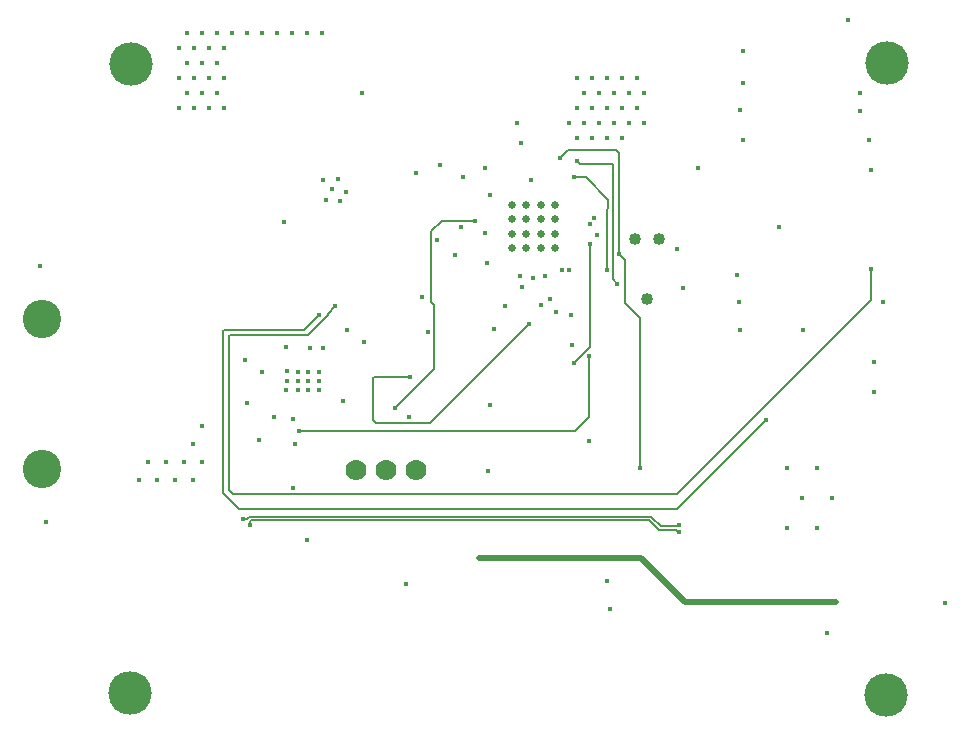
<source format=gbr>
G04*
G04 #@! TF.GenerationSoftware,Altium Limited,Altium Designer,23.1.1 (15)*
G04*
G04 Layer_Physical_Order=6*
G04 Layer_Color=16711680*
%FSLAX25Y25*%
%MOIN*%
G70*
G04*
G04 #@! TF.SameCoordinates,577C2DE3-5836-4DB5-AD87-4C8AFCD19023*
G04*
G04*
G04 #@! TF.FilePolarity,Positive*
G04*
G01*
G75*
%ADD13C,0.00500*%
%ADD94C,0.02000*%
%ADD96C,0.00600*%
%ADD98C,0.07000*%
%ADD99C,0.12795*%
%ADD100C,0.04000*%
%ADD101C,0.14500*%
%ADD102C,0.01500*%
%ADD103C,0.02598*%
D13*
X211707Y196500D02*
X212000Y196207D01*
Y158000D02*
Y196207D01*
X201000Y196500D02*
X211707D01*
X212000Y158000D02*
X213500Y156500D01*
X203000Y192000D02*
X210500Y184500D01*
Y181635D02*
Y184500D01*
X210000Y161000D02*
Y181135D01*
X210500Y181635D01*
X204281Y135281D02*
Y169778D01*
X204238Y112238D02*
Y132409D01*
X199000Y130000D02*
X204281Y135281D01*
X233500Y81500D02*
X263000Y111000D01*
X87500Y81500D02*
X233500D01*
X151000Y110000D02*
X184000Y143000D01*
X199500Y107500D02*
X204238Y112238D01*
X107500Y107500D02*
X199500D01*
X213207Y201000D02*
X214000Y200207D01*
Y166500D02*
Y200207D01*
X199000Y192000D02*
X203000D01*
X200000Y197500D02*
X201000Y196500D01*
X133000Y110000D02*
X151000D01*
X151500Y174000D02*
X155000Y177500D01*
X151500Y150414D02*
Y174000D01*
Y150414D02*
X152500Y149414D01*
X139500Y115000D02*
X152500Y128000D01*
Y149414D01*
X298000Y151000D02*
Y161500D01*
X233500Y86500D02*
X298000Y151000D01*
X85293Y86500D02*
X233500D01*
X84000Y87793D02*
X85293Y86500D01*
X84000Y87793D02*
Y139207D01*
X84293Y139500D01*
X110328D01*
X117069Y146569D02*
X119500Y149000D01*
X117069Y146240D02*
Y146569D01*
X110328Y139500D02*
X117069Y146240D01*
X109154Y141154D02*
X114000Y146000D01*
X82447Y141154D02*
X109154D01*
X82154Y140861D02*
X82447Y141154D01*
X216000Y150000D02*
X221000Y145000D01*
Y95000D02*
Y145000D01*
X82154Y86846D02*
X87500Y81500D01*
X82154Y86846D02*
Y140861D01*
X214000Y166500D02*
X216000Y164500D01*
Y150000D02*
Y164500D01*
X132500Y125500D02*
X144500D01*
X132000Y125000D02*
X132500Y125500D01*
X132000Y111000D02*
Y125000D01*
Y111000D02*
X133000Y110000D01*
X155000Y177500D02*
X166000D01*
X194500Y198500D02*
X197000Y201000D01*
X213207D01*
D94*
X236000Y50500D02*
X286500D01*
X221500Y65000D02*
X236000Y50500D01*
X167500Y65000D02*
X221500D01*
D96*
X90900Y78900D02*
X224694D01*
X91398Y77701D02*
X224198D01*
X224694Y78900D02*
X227995Y75600D01*
X224198Y77701D02*
X227498Y74400D01*
X233106D01*
X227995Y75600D02*
X233106D01*
X90950Y76050D02*
Y77253D01*
X91398Y77701D01*
X88899Y78101D02*
X90101D01*
X90900Y78900D01*
X233106Y74400D02*
X233756Y73750D01*
X234000D01*
X233756Y76250D02*
X234000D01*
X233106Y75600D02*
X233756Y76250D01*
D98*
X126500Y94500D02*
D03*
X136500D02*
D03*
X146500D02*
D03*
D99*
X21870Y94800D02*
D03*
Y144800D02*
D03*
D100*
X227300Y171400D02*
D03*
X219300D02*
D03*
X223300Y151400D02*
D03*
D101*
X51400Y229800D02*
D03*
X303300Y230100D02*
D03*
X303100Y19500D02*
D03*
X51200Y20000D02*
D03*
D102*
X105500Y111500D02*
D03*
X99000Y112000D02*
D03*
X181500Y203500D02*
D03*
X162000Y192000D02*
D03*
X171000Y186000D02*
D03*
X114000Y121000D02*
D03*
X110500D02*
D03*
X107000D02*
D03*
X103000D02*
D03*
X103500Y124000D02*
D03*
X107000D02*
D03*
X110500D02*
D03*
X114000D02*
D03*
Y127000D02*
D03*
X110500D02*
D03*
X107000D02*
D03*
X103506Y127376D02*
D03*
X191000Y151500D02*
D03*
X198000Y146000D02*
D03*
X180000Y210000D02*
D03*
X210000Y161000D02*
D03*
X240500Y195000D02*
D03*
X194969Y161177D02*
D03*
X189500Y159000D02*
D03*
X193000Y147000D02*
D03*
X255500Y223500D02*
D03*
X185500Y158500D02*
D03*
X122000Y117500D02*
D03*
X21000Y162500D02*
D03*
X23000Y77000D02*
D03*
X148500Y152000D02*
D03*
X197500Y161000D02*
D03*
X170000Y163500D02*
D03*
X75000Y109000D02*
D03*
X72000Y103000D02*
D03*
X75000Y97000D02*
D03*
X72000Y91000D02*
D03*
X69000Y97000D02*
D03*
X66000Y91000D02*
D03*
X63000Y97000D02*
D03*
X60000Y91000D02*
D03*
X57000Y97000D02*
D03*
X54000Y91000D02*
D03*
X115000Y240000D02*
D03*
X110000D02*
D03*
X105000D02*
D03*
X100000D02*
D03*
X95000D02*
D03*
X90000D02*
D03*
X85000D02*
D03*
X80000D02*
D03*
X82500Y235000D02*
D03*
X80000Y230000D02*
D03*
X82500Y225000D02*
D03*
X80000Y220000D02*
D03*
X82500Y215000D02*
D03*
X75000Y240000D02*
D03*
X77500Y235000D02*
D03*
X75000Y230000D02*
D03*
X77500Y225000D02*
D03*
X75000Y220000D02*
D03*
X77500Y215000D02*
D03*
X70000Y240000D02*
D03*
X72500Y235000D02*
D03*
X70000Y230000D02*
D03*
X72500Y225000D02*
D03*
X70000Y220000D02*
D03*
X72500Y215000D02*
D03*
X67500Y235000D02*
D03*
Y225000D02*
D03*
Y215000D02*
D03*
X220000Y225000D02*
D03*
X222500Y220000D02*
D03*
X220000Y215000D02*
D03*
X222500Y210000D02*
D03*
X215000Y225000D02*
D03*
X217500Y220000D02*
D03*
X215000Y215000D02*
D03*
X217500Y210000D02*
D03*
X215000Y205000D02*
D03*
X210000Y225000D02*
D03*
X212500Y220000D02*
D03*
X210000Y215000D02*
D03*
X212500Y210000D02*
D03*
X210000Y205000D02*
D03*
X205000Y225000D02*
D03*
X207500Y220000D02*
D03*
X205000Y215000D02*
D03*
X207500Y210000D02*
D03*
X205000Y205000D02*
D03*
X200000Y225000D02*
D03*
X202500Y220000D02*
D03*
X200000Y215000D02*
D03*
X202500Y210000D02*
D03*
X200000Y205000D02*
D03*
X197500Y210000D02*
D03*
X280000Y95000D02*
D03*
X285000Y85000D02*
D03*
X280000Y75000D02*
D03*
X270000Y95000D02*
D03*
X275000Y85000D02*
D03*
X270000Y75000D02*
D03*
X102500Y177000D02*
D03*
X206858Y172858D02*
D03*
X204281Y169778D02*
D03*
Y176391D02*
D03*
X267500Y175500D02*
D03*
X275500Y141000D02*
D03*
X204238Y132409D02*
D03*
X199000Y130000D02*
D03*
X204000Y104000D02*
D03*
X302000Y150500D02*
D03*
X290500Y244500D02*
D03*
X294500Y220000D02*
D03*
X298000Y194500D02*
D03*
X297500Y204500D02*
D03*
X255500D02*
D03*
X188000Y149500D02*
D03*
X254500Y214500D02*
D03*
Y141000D02*
D03*
X198500Y136000D02*
D03*
X263000Y111000D02*
D03*
X205843Y178343D02*
D03*
X181836Y155336D02*
D03*
X159500Y166000D02*
D03*
X172500Y141500D02*
D03*
X176000Y148969D02*
D03*
X184000Y143000D02*
D03*
X123500Y141000D02*
D03*
X294500Y214000D02*
D03*
X255500Y234000D02*
D03*
X299000Y130500D02*
D03*
Y120500D02*
D03*
X171000Y116000D02*
D03*
X161500Y175500D02*
D03*
X254000Y150500D02*
D03*
X253500Y159500D02*
D03*
X233500Y168000D02*
D03*
X199000Y192000D02*
D03*
X181000Y159000D02*
D03*
X153500Y171000D02*
D03*
X169500Y173500D02*
D03*
X154500Y196000D02*
D03*
X146500Y193500D02*
D03*
X298000Y161500D02*
D03*
X221000Y95000D02*
D03*
X119500Y149000D02*
D03*
X114000Y146000D02*
D03*
X283500Y40000D02*
D03*
X286500Y50500D02*
D03*
X213500Y156500D02*
D03*
X90950Y76050D02*
D03*
X88899Y78101D02*
D03*
X234000Y76250D02*
D03*
Y73750D02*
D03*
X105500Y88500D02*
D03*
X170500Y94000D02*
D03*
X150500Y140500D02*
D03*
X144500Y125500D02*
D03*
X95000Y127000D02*
D03*
X106000Y103000D02*
D03*
X94000Y104500D02*
D03*
X107500Y107500D02*
D03*
X144000Y112000D02*
D03*
X166000Y177500D02*
D03*
X139500Y115000D02*
D03*
X129000Y137000D02*
D03*
X103000Y135500D02*
D03*
X115500Y135000D02*
D03*
X111260D02*
D03*
X169500Y195000D02*
D03*
X184878Y191000D02*
D03*
X194500Y198500D02*
D03*
X200000Y197500D02*
D03*
X214000Y166500D02*
D03*
X235500Y155000D02*
D03*
X110000Y71000D02*
D03*
X322748Y50000D02*
D03*
X210000Y57500D02*
D03*
X167500Y65000D02*
D03*
X143000Y56500D02*
D03*
X211000Y48000D02*
D03*
X121000Y184000D02*
D03*
X118500Y188000D02*
D03*
X116500Y184500D02*
D03*
X123000Y187000D02*
D03*
X120500Y191500D02*
D03*
X115500Y191000D02*
D03*
X128500Y220000D02*
D03*
X89500Y131000D02*
D03*
X90000Y116800D02*
D03*
D103*
X192677Y182650D02*
D03*
Y177925D02*
D03*
Y173201D02*
D03*
Y168476D02*
D03*
X187953Y182650D02*
D03*
Y177925D02*
D03*
Y173201D02*
D03*
Y168476D02*
D03*
X183228Y182650D02*
D03*
Y177925D02*
D03*
Y173201D02*
D03*
Y168476D02*
D03*
X178504Y182650D02*
D03*
Y177925D02*
D03*
Y168476D02*
D03*
Y173201D02*
D03*
M02*

</source>
